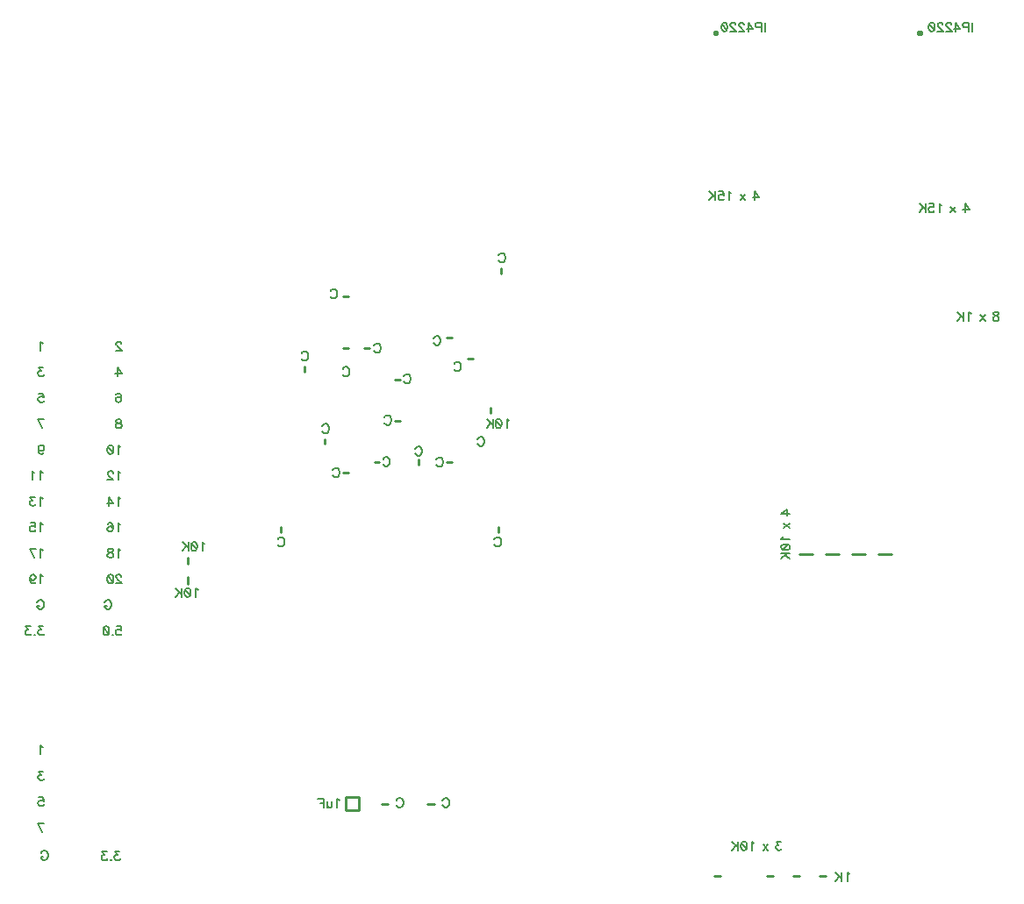
<source format=gbr>
%FSLAX34Y34*%
%MOMM*%
%LNSILK_BOTTOM*%
G71*
G01*
%ADD10C, 0.20*%
%ADD11C, 0.25*%
%LPD*%
G54D10*
X18898Y191364D02*
X22962Y191364D01*
X23368Y187732D01*
X22962Y188138D01*
X21742Y188545D01*
X20524Y188545D01*
X19304Y188138D01*
X18492Y187326D01*
X18086Y186106D01*
X18086Y185293D01*
X18492Y184074D01*
X19304Y183261D01*
X20524Y182855D01*
X21742Y182855D01*
X22962Y183261D01*
X23368Y183668D01*
X23775Y184480D01*
G54D10*
X22149Y157836D02*
X18086Y166371D01*
X23775Y166371D01*
G54D10*
X22556Y239751D02*
X21742Y240157D01*
X20524Y241377D01*
X20524Y232842D01*
G54D10*
X22556Y429743D02*
X21742Y430149D01*
X20524Y431368D01*
X20524Y422834D01*
G54D10*
X14021Y422834D02*
X9957Y431368D01*
X15646Y431368D01*
G54D10*
X22556Y404750D02*
X21742Y405156D01*
X20524Y406375D01*
X20524Y397840D01*
G54D10*
X10770Y405156D02*
X10364Y403530D01*
X10770Y402311D01*
X11583Y401498D01*
X12802Y401092D01*
X13208Y401092D01*
X14428Y401498D01*
X15240Y402311D01*
X15646Y403530D01*
X15646Y403937D01*
X15240Y405156D01*
X14428Y405969D01*
X13208Y406375D01*
X12802Y406375D01*
X11583Y405969D01*
X10770Y405156D01*
G54D10*
X10364Y403530D02*
X10364Y401498D01*
X10770Y399466D01*
X11583Y398247D01*
X12802Y397840D01*
X13614Y397840D01*
X14834Y398247D01*
X15240Y399060D01*
G54D10*
X17324Y379806D02*
X17730Y380671D01*
X18593Y381509D01*
X19457Y381940D01*
X21159Y381940D01*
X21997Y381509D01*
X22860Y380671D01*
X23292Y379806D01*
X23724Y378537D01*
X23724Y376403D01*
X23292Y375108D01*
X22860Y374269D01*
X21997Y373406D01*
X21159Y373000D01*
X19457Y373000D01*
X18593Y373406D01*
X17730Y374269D01*
X17324Y375108D01*
X17324Y376403D01*
X19457Y376403D01*
G54D10*
X22556Y504749D02*
X21742Y505155D01*
X20524Y506375D01*
X20524Y497841D01*
G54D10*
X14428Y504749D02*
X13614Y505155D01*
X12396Y506375D01*
X12396Y497841D01*
G54D10*
X22556Y479756D02*
X21742Y480162D01*
X20524Y481382D01*
X20524Y472847D01*
G54D10*
X14834Y481382D02*
X10364Y481382D01*
X12802Y478130D01*
X11583Y478130D01*
X10770Y477724D01*
X10364Y477317D01*
X9957Y476098D01*
X9957Y475285D01*
X10364Y474066D01*
X11176Y473253D01*
X12396Y472847D01*
X13614Y472847D01*
X14834Y473253D01*
X15240Y473659D01*
X15646Y474472D01*
G54D10*
X22556Y454762D02*
X21742Y455168D01*
X20524Y456388D01*
X20524Y447854D01*
G54D10*
X10770Y456388D02*
X14834Y456388D01*
X15240Y452730D01*
X14834Y453136D01*
X13614Y453543D01*
X12396Y453543D01*
X11176Y453136D01*
X10364Y452323D01*
X9957Y451104D01*
X9957Y450291D01*
X10364Y449072D01*
X11176Y448260D01*
X12396Y447854D01*
X13614Y447854D01*
X14834Y448260D01*
X15240Y448666D01*
X15646Y449478D01*
G54D10*
X18898Y581381D02*
X22962Y581381D01*
X23368Y577724D01*
X22962Y578130D01*
X21742Y578536D01*
X20524Y578536D01*
X19304Y578130D01*
X18492Y577317D01*
X18086Y576098D01*
X18086Y575285D01*
X18492Y574066D01*
X19304Y573253D01*
X20524Y572847D01*
X21742Y572847D01*
X22962Y573253D01*
X23368Y573660D01*
X23775Y574472D01*
G54D10*
X22149Y547853D02*
X18086Y556388D01*
X23775Y556388D01*
G54D10*
X18898Y530149D02*
X18492Y528524D01*
X18898Y527304D01*
X19711Y526491D01*
X20930Y526085D01*
X21336Y526085D01*
X22556Y526491D01*
X23368Y527304D01*
X23775Y528524D01*
X23775Y528930D01*
X23368Y530149D01*
X22556Y530962D01*
X21336Y531369D01*
X20930Y531369D01*
X19711Y530962D01*
X18898Y530149D01*
G54D10*
X18492Y528524D02*
X18492Y526491D01*
X18898Y524459D01*
X19711Y523240D01*
X20930Y522834D01*
X21742Y522834D01*
X22962Y523240D01*
X23368Y524053D01*
G54D10*
X22556Y629743D02*
X21742Y630149D01*
X20524Y631369D01*
X20524Y622834D01*
G54D10*
X22962Y606375D02*
X18492Y606375D01*
X20930Y603123D01*
X19711Y603123D01*
X18898Y602717D01*
X18492Y602310D01*
X18086Y601091D01*
X18086Y600278D01*
X18492Y599059D01*
X19304Y598247D01*
X20524Y597841D01*
X21742Y597841D01*
X22962Y598247D01*
X23368Y598653D01*
X23775Y599465D01*
G54D10*
X97562Y429743D02*
X96749Y430149D01*
X95530Y431368D01*
X95530Y422834D01*
G54D10*
X86996Y431368D02*
X88621Y431368D01*
X89840Y430962D01*
X90246Y430149D01*
X90246Y429336D01*
X89840Y428523D01*
X89028Y428117D01*
X87402Y427711D01*
X86182Y427304D01*
X85370Y426492D01*
X84964Y425679D01*
X84964Y424460D01*
X85370Y423647D01*
X85776Y423241D01*
X86996Y422834D01*
X88621Y422834D01*
X89840Y423241D01*
X90246Y423647D01*
X90653Y424460D01*
X90653Y425679D01*
X90246Y426492D01*
X89434Y427304D01*
X88215Y427711D01*
X86589Y428117D01*
X85776Y428523D01*
X85370Y429336D01*
X85370Y430149D01*
X85776Y430962D01*
X86996Y431368D01*
G54D10*
X98374Y404343D02*
X98374Y404750D01*
X97968Y405563D01*
X97562Y405969D01*
X96749Y406375D01*
X95124Y406375D01*
X94310Y405969D01*
X93904Y405563D01*
X93498Y404750D01*
X93498Y403937D01*
X93904Y403124D01*
X94717Y401905D01*
X98781Y397840D01*
X93092Y397840D01*
G54D10*
X87402Y406375D02*
X88215Y406375D01*
X89434Y405969D01*
X90246Y404750D01*
X90653Y402718D01*
X90653Y401498D01*
X90246Y399466D01*
X89434Y398247D01*
X88215Y397840D01*
X87402Y397840D01*
X86182Y398247D01*
X85370Y399466D01*
X84964Y401498D01*
X84964Y402718D01*
X85370Y404750D01*
X86182Y405969D01*
X87402Y406375D01*
G54D10*
X85370Y404750D02*
X90246Y399466D01*
G54D10*
X82322Y379806D02*
X82728Y380671D01*
X83592Y381509D01*
X84456Y381940D01*
X86158Y381940D01*
X86996Y381509D01*
X87859Y380671D01*
X88291Y379806D01*
X88722Y378537D01*
X88722Y376403D01*
X88291Y375108D01*
X87859Y374269D01*
X86996Y373406D01*
X86158Y373000D01*
X84456Y373000D01*
X83592Y373406D01*
X82728Y374269D01*
X82322Y375108D01*
X82322Y376403D01*
X84456Y376403D01*
G54D10*
X97562Y504749D02*
X96749Y505155D01*
X95530Y506375D01*
X95530Y497841D01*
G54D10*
X90246Y504342D02*
X90246Y504749D01*
X89840Y505562D01*
X89434Y505968D01*
X88621Y506375D01*
X86996Y506375D01*
X86182Y505968D01*
X85776Y505562D01*
X85370Y504749D01*
X85370Y503936D01*
X85776Y503123D01*
X86589Y501905D01*
X90653Y497841D01*
X84964Y497841D01*
G54D10*
X97562Y479756D02*
X96749Y480162D01*
X95530Y481382D01*
X95530Y472847D01*
G54D10*
X86589Y472847D02*
X86589Y481382D01*
X90653Y475692D01*
X84557Y475692D01*
G54D10*
X97562Y454762D02*
X96749Y455168D01*
X95530Y456388D01*
X95530Y447854D01*
G54D10*
X85370Y455168D02*
X85776Y455981D01*
X86996Y456388D01*
X87808Y456388D01*
X89028Y455981D01*
X89840Y454762D01*
X90246Y452730D01*
X90246Y450698D01*
X89840Y449072D01*
X89028Y448260D01*
X87808Y447854D01*
X87402Y447854D01*
X86182Y448260D01*
X85370Y449072D01*
X84964Y450291D01*
X84964Y450698D01*
X85370Y451917D01*
X86182Y452730D01*
X87402Y453136D01*
X87808Y453136D01*
X89028Y452730D01*
X89840Y451917D01*
X90246Y450698D01*
G54D10*
X93498Y580161D02*
X93904Y580974D01*
X95124Y581381D01*
X95936Y581381D01*
X97156Y580974D01*
X97968Y579755D01*
X98374Y577724D01*
X98374Y575692D01*
X97968Y574066D01*
X97156Y573253D01*
X95936Y572847D01*
X95530Y572847D01*
X94310Y573253D01*
X93498Y574066D01*
X93092Y575285D01*
X93092Y575692D01*
X93498Y576911D01*
X94310Y577724D01*
X95530Y578130D01*
X95936Y578130D01*
X97156Y577724D01*
X97968Y576911D01*
X98374Y575692D01*
G54D10*
X95124Y556388D02*
X96749Y556388D01*
X97968Y555981D01*
X98374Y555168D01*
X98374Y554356D01*
X97968Y553543D01*
X97156Y553136D01*
X95530Y552730D01*
X94310Y552323D01*
X93498Y551511D01*
X93092Y550698D01*
X93092Y549478D01*
X93498Y548666D01*
X93904Y548259D01*
X95124Y547853D01*
X96749Y547853D01*
X97968Y548259D01*
X98374Y548666D01*
X98781Y549478D01*
X98781Y550698D01*
X98374Y551511D01*
X97562Y552323D01*
X96342Y552730D01*
X94717Y553136D01*
X93904Y553543D01*
X93498Y554356D01*
X93498Y555168D01*
X93904Y555981D01*
X95124Y556388D01*
G54D10*
X97562Y529743D02*
X96749Y530149D01*
X95530Y531369D01*
X95530Y522834D01*
G54D10*
X87402Y531369D02*
X88215Y531369D01*
X89434Y530962D01*
X90246Y529743D01*
X90653Y527711D01*
X90653Y526491D01*
X90246Y524459D01*
X89434Y523240D01*
X88215Y522834D01*
X87402Y522834D01*
X86182Y523240D01*
X85370Y524459D01*
X84964Y526491D01*
X84964Y527711D01*
X85370Y529743D01*
X86182Y530962D01*
X87402Y531369D01*
G54D10*
X85370Y529743D02*
X90246Y524459D01*
G54D10*
X98374Y629336D02*
X98374Y629743D01*
X97968Y630556D01*
X97562Y630962D01*
X96749Y631369D01*
X95124Y631369D01*
X94310Y630962D01*
X93904Y630556D01*
X93498Y629743D01*
X93498Y628930D01*
X93904Y628117D01*
X94717Y626898D01*
X98781Y622834D01*
X93092Y622834D01*
G54D10*
X94717Y597841D02*
X94717Y606375D01*
X98781Y600685D01*
X92685Y600685D01*
G54D11*
X162154Y416789D02*
X162154Y423139D01*
G54D11*
X162154Y397739D02*
X162154Y404089D01*
G54D11*
X252502Y447498D02*
X252502Y452502D01*
G54D11*
X294996Y532511D02*
X294996Y537490D01*
G54D10*
X292304Y549809D02*
X292736Y550673D01*
X293599Y551511D01*
X294437Y551942D01*
X296164Y551942D01*
X297002Y551511D01*
X297866Y550673D01*
X298272Y549809D01*
X298704Y548538D01*
X298704Y546405D01*
X298272Y545110D01*
X297866Y544271D01*
X297002Y543408D01*
X296164Y542977D01*
X294437Y542977D01*
X293599Y543408D01*
X292736Y544271D01*
X292304Y545110D01*
G54D11*
X274981Y607492D02*
X274981Y602514D01*
G54D10*
X272314Y619811D02*
X272746Y620674D01*
X273584Y621513D01*
X274448Y621945D01*
X276149Y621945D01*
X277013Y621513D01*
X277851Y620674D01*
X278282Y619811D01*
X278715Y618541D01*
X278715Y616407D01*
X278282Y615112D01*
X277851Y614274D01*
X277013Y613410D01*
X276149Y612978D01*
X274448Y612978D01*
X273584Y613410D01*
X272746Y614274D01*
X272314Y615112D01*
G54D11*
X314554Y191364D02*
X327254Y191364D01*
X327254Y178664D01*
X314554Y178664D01*
X314554Y191364D01*
G54D11*
X349479Y185014D02*
X355829Y185014D01*
G54D10*
X364008Y188468D02*
X364440Y189306D01*
X365303Y190171D01*
X366141Y190602D01*
X367843Y190602D01*
X368707Y190171D01*
X369570Y189306D01*
X369976Y188468D01*
X370409Y187173D01*
X370409Y185039D01*
X369976Y183769D01*
X369570Y182906D01*
X368707Y182067D01*
X367843Y181635D01*
X366141Y181635D01*
X365303Y182067D01*
X364440Y182906D01*
X364008Y183769D01*
G54D11*
X317500Y505003D02*
X312496Y505003D01*
G54D11*
X362484Y554990D02*
X367488Y554990D01*
G54D10*
X352197Y557860D02*
X352603Y558724D01*
X353467Y559563D01*
X354330Y559994D01*
X356032Y559994D01*
X356870Y559563D01*
X357734Y558724D01*
X358166Y557860D01*
X358598Y556590D01*
X358598Y554457D01*
X358166Y553162D01*
X357734Y552323D01*
X356870Y551460D01*
X356032Y551028D01*
X354330Y551028D01*
X353467Y551460D01*
X352603Y552323D01*
X352197Y553162D01*
G54D11*
X337490Y624993D02*
X332486Y624993D01*
G54D10*
X342316Y627304D02*
X342748Y628168D01*
X343586Y629006D01*
X344450Y629437D01*
X346152Y629437D01*
X347016Y629006D01*
X347854Y628168D01*
X348285Y627304D01*
X348717Y626035D01*
X348717Y623901D01*
X348285Y622631D01*
X347854Y621767D01*
X347016Y620903D01*
X346152Y620497D01*
X344450Y620497D01*
X343586Y620903D01*
X342748Y621767D01*
X342316Y622631D01*
G54D11*
X317500Y624993D02*
X312496Y624993D01*
G54D10*
X312319Y604799D02*
X312750Y605664D01*
X313588Y606527D01*
X314452Y606933D01*
X316154Y606933D01*
X317018Y606527D01*
X317856Y605664D01*
X318288Y604799D01*
X318720Y603530D01*
X318720Y601397D01*
X318288Y600126D01*
X317856Y599263D01*
X317018Y598425D01*
X316154Y597993D01*
X314452Y597993D01*
X313588Y598425D01*
X312750Y599263D01*
X312319Y600126D01*
G54D11*
X367488Y594996D02*
X362484Y594996D01*
G54D11*
X317500Y675005D02*
X312496Y675005D01*
G54D11*
X393929Y185014D02*
X400279Y185014D01*
G54D10*
X408458Y188468D02*
X408890Y189306D01*
X409754Y190171D01*
X410592Y190602D01*
X412294Y190602D01*
X413156Y190171D01*
X414020Y189306D01*
X414427Y188468D01*
X414858Y187173D01*
X414858Y185039D01*
X414427Y183769D01*
X414020Y182906D01*
X413156Y182067D01*
X412294Y181635D01*
X410592Y181635D01*
X409754Y182067D01*
X408890Y182906D01*
X408458Y183769D01*
G54D11*
X454990Y562508D02*
X454990Y567513D01*
G54D10*
X442316Y537312D02*
X442748Y538176D01*
X443586Y539014D01*
X444450Y539446D01*
X446152Y539446D01*
X447015Y539014D01*
X447853Y538176D01*
X448285Y537312D01*
X448717Y536042D01*
X448717Y533908D01*
X448285Y532613D01*
X447853Y531775D01*
X447015Y530911D01*
X446152Y530479D01*
X444450Y530479D01*
X443586Y530911D01*
X442748Y531775D01*
X442316Y532613D01*
G54D11*
X417500Y635000D02*
X412496Y635000D01*
G54D10*
X399822Y634823D02*
X400228Y635661D01*
X401092Y636524D01*
X401956Y636956D01*
X403658Y636956D01*
X404496Y636524D01*
X405359Y635661D01*
X405791Y634823D01*
X406222Y633527D01*
X406222Y631394D01*
X405791Y630123D01*
X405359Y629260D01*
X404496Y628422D01*
X403658Y627990D01*
X401956Y627990D01*
X401092Y628422D01*
X400228Y629260D01*
X399822Y630123D01*
G54D11*
X437490Y615011D02*
X432486Y615011D01*
G54D10*
X419812Y609804D02*
X420244Y610667D01*
X421082Y611531D01*
X421946Y611938D01*
X423647Y611938D01*
X424510Y611531D01*
X425349Y610667D01*
X425780Y609804D01*
X426212Y608534D01*
X426212Y606400D01*
X425780Y605130D01*
X425349Y604267D01*
X424510Y603403D01*
X423647Y602996D01*
X421946Y602996D01*
X421082Y603403D01*
X420244Y604267D01*
X419812Y605130D01*
G54D11*
X462484Y447498D02*
X462484Y452502D01*
G54D11*
X464998Y697510D02*
X464998Y702513D01*
G54D11*
X670154Y115164D02*
X676504Y115164D01*
G54D11*
X673329Y927964D02*
X673329Y931139D01*
X670154Y931139D01*
X670154Y927964D01*
X673329Y927964D01*
G54D11*
X746354Y115164D02*
X752704Y115164D01*
G54D11*
X720954Y115164D02*
X727304Y115164D01*
G54D11*
X771754Y115164D02*
X778104Y115164D01*
G54D10*
X800990Y117196D02*
X800176Y117628D01*
X798906Y118873D01*
X798906Y110135D01*
G54D10*
X793496Y118873D02*
X793496Y110135D01*
G54D10*
X787680Y118873D02*
X793496Y113056D01*
G54D10*
X791414Y115113D02*
X787680Y110135D01*
G54D11*
X790804Y426314D02*
X778104Y426314D01*
G54D11*
X816204Y426314D02*
X803504Y426314D01*
G54D11*
X870179Y927964D02*
X870179Y931139D01*
X867004Y931139D01*
X867004Y927964D01*
X870179Y927964D01*
G54D10*
X21108Y137668D02*
X21540Y138506D01*
X22404Y139370D01*
X23242Y139802D01*
X24943Y139802D01*
X25807Y139370D01*
X26670Y138506D01*
X27076Y137668D01*
X27508Y136373D01*
X27508Y134239D01*
X27076Y132970D01*
X26670Y132105D01*
X25807Y131267D01*
X24943Y130836D01*
X23242Y130836D01*
X22404Y131267D01*
X21540Y132105D01*
X21108Y132970D01*
X21108Y134239D01*
X23242Y134239D01*
G54D10*
X22962Y216383D02*
X18492Y216383D01*
X20930Y213131D01*
X19711Y213131D01*
X18898Y212725D01*
X18492Y212319D01*
X18086Y211100D01*
X18086Y210287D01*
X18492Y209068D01*
X19304Y208255D01*
X20524Y207849D01*
X21742Y207849D01*
X22962Y208255D01*
X23368Y208662D01*
X23775Y209474D01*
G54D10*
X249682Y440360D02*
X250114Y441224D01*
X250978Y442062D01*
X251816Y442493D01*
X253518Y442493D01*
X254382Y442062D01*
X255245Y441224D01*
X255652Y440360D01*
X256084Y439091D01*
X256084Y436957D01*
X255652Y435661D01*
X255245Y434823D01*
X254382Y433959D01*
X253518Y433528D01*
X251816Y433528D01*
X250978Y433959D01*
X250114Y434823D01*
X249682Y435661D01*
G54D11*
X342494Y515010D02*
X347498Y515010D01*
G54D10*
X350927Y517855D02*
X351358Y518719D01*
X352222Y519558D01*
X353060Y519990D01*
X354788Y519990D01*
X355626Y519558D01*
X356490Y518719D01*
X356922Y517855D01*
X357328Y516586D01*
X357328Y514452D01*
X356922Y513182D01*
X356490Y512319D01*
X355626Y511454D01*
X354788Y511048D01*
X353060Y511048D01*
X352222Y511454D01*
X351358Y512319D01*
X350927Y513182D01*
G54D10*
X370942Y597866D02*
X371374Y598704D01*
X372212Y599567D01*
X373076Y599999D01*
X374778Y599999D01*
X375641Y599567D01*
X376479Y598704D01*
X376911Y597866D01*
X377343Y596570D01*
X377343Y594462D01*
X376911Y593166D01*
X376479Y592328D01*
X375641Y591465D01*
X374778Y591033D01*
X373076Y591033D01*
X372212Y591465D01*
X371374Y592328D01*
X370942Y593166D01*
G54D11*
X417500Y515010D02*
X412496Y515010D01*
G54D10*
X402311Y517322D02*
X402742Y518160D01*
X403581Y519024D01*
X404444Y519456D01*
X406146Y519456D01*
X407010Y519024D01*
X407848Y518160D01*
X408280Y517322D01*
X408712Y516027D01*
X408712Y513893D01*
X408280Y512623D01*
X407848Y511760D01*
X407010Y510921D01*
X406146Y510489D01*
X404444Y510489D01*
X403581Y510921D01*
X402742Y511760D01*
X402311Y512623D01*
G54D10*
X743509Y465480D02*
X734975Y465480D01*
X740664Y469545D01*
X740664Y463449D01*
G54D10*
X737820Y456134D02*
X743509Y451663D01*
G54D10*
X737820Y451663D02*
X743509Y456134D01*
G54D10*
X736600Y442722D02*
X736194Y441909D01*
X734975Y440690D01*
X743509Y440690D01*
G54D10*
X734975Y432563D02*
X734975Y433375D01*
X735381Y434595D01*
X736600Y435408D01*
X738632Y435814D01*
X739852Y435814D01*
X741884Y435408D01*
X743102Y434595D01*
X743509Y433375D01*
X743509Y432563D01*
X743102Y431343D01*
X741884Y430530D01*
X739852Y430124D01*
X738632Y430124D01*
X736600Y430530D01*
X735381Y431343D01*
X734975Y432563D01*
G54D10*
X736600Y430530D02*
X741884Y435408D01*
G54D10*
X734975Y427279D02*
X743509Y427279D01*
G54D10*
X734975Y421590D02*
X740664Y427279D01*
G54D10*
X738632Y425247D02*
X743509Y421590D01*
G54D10*
X93904Y356388D02*
X97968Y356388D01*
X98374Y352731D01*
X97968Y353136D01*
X96749Y353543D01*
X95530Y353543D01*
X94310Y353136D01*
X93498Y352324D01*
X93092Y351105D01*
X93092Y350292D01*
X93498Y349073D01*
X94310Y348260D01*
X95530Y347854D01*
X96749Y347854D01*
X97968Y348260D01*
X98374Y348666D01*
X98781Y349479D01*
G54D10*
X89434Y348260D02*
X89840Y348666D01*
X90246Y348260D01*
X89840Y347854D01*
X89434Y348260D01*
G54D10*
X83338Y356388D02*
X84150Y356388D01*
X85370Y355981D01*
X86182Y354762D01*
X86589Y352731D01*
X86589Y351511D01*
X86182Y349479D01*
X85370Y348260D01*
X84150Y347854D01*
X83338Y347854D01*
X82119Y348260D01*
X81306Y349479D01*
X80900Y351511D01*
X80900Y352731D01*
X81306Y354762D01*
X82119Y355981D01*
X83338Y356388D01*
G54D10*
X81306Y354762D02*
X86182Y349479D01*
G54D10*
X22962Y356388D02*
X18492Y356388D01*
X20930Y353136D01*
X19711Y353136D01*
X18898Y352731D01*
X18492Y352324D01*
X18086Y351105D01*
X18086Y350292D01*
X18492Y349073D01*
X19304Y348260D01*
X20524Y347854D01*
X21742Y347854D01*
X22962Y348260D01*
X23368Y348666D01*
X23775Y349479D01*
G54D10*
X14428Y348260D02*
X14834Y348666D01*
X15240Y348260D01*
X14834Y347854D01*
X14428Y348260D01*
G54D10*
X10770Y356388D02*
X6300Y356388D01*
X8738Y353136D01*
X7518Y353136D01*
X6706Y352731D01*
X6300Y352324D01*
X5894Y351105D01*
X5894Y350292D01*
X6300Y349073D01*
X7112Y348260D01*
X8332Y347854D01*
X9551Y347854D01*
X10770Y348260D01*
X11176Y348666D01*
X11583Y349479D01*
G54D10*
X172364Y391770D02*
X171526Y392177D01*
X170307Y393421D01*
X170307Y384734D01*
G54D10*
X162027Y393421D02*
X162866Y393421D01*
X164110Y393015D01*
X164923Y391770D01*
X165354Y389688D01*
X165354Y388468D01*
X164923Y386385D01*
X164110Y385166D01*
X162866Y384734D01*
X162027Y384734D01*
X160808Y385166D01*
X159970Y386385D01*
X159563Y388468D01*
X159563Y389688D01*
X159970Y391770D01*
X160808Y393015D01*
X162027Y393421D01*
G54D10*
X159970Y391770D02*
X164923Y386385D01*
G54D10*
X156668Y393421D02*
X156668Y384734D01*
G54D10*
X150876Y393421D02*
X156668Y387630D01*
G54D10*
X154610Y389688D02*
X150876Y384734D01*
G54D10*
X308890Y188570D02*
X308052Y188976D01*
X306832Y190221D01*
X306832Y181535D01*
G54D10*
X301448Y187326D02*
X301448Y183211D01*
X301041Y181966D01*
X300203Y181535D01*
X298958Y181535D01*
X298146Y181966D01*
X296901Y183211D01*
G54D10*
X296901Y187326D02*
X296901Y181535D01*
G54D10*
X288214Y190221D02*
X293599Y190221D01*
X293599Y181535D01*
G54D10*
X293599Y186106D02*
X290272Y186106D01*
G54D10*
X302311Y507315D02*
X302743Y508153D01*
X303581Y509017D01*
X304445Y509449D01*
X306147Y509449D01*
X307010Y509017D01*
X307848Y508153D01*
X308280Y507315D01*
X308712Y506045D01*
X308712Y503911D01*
X308280Y502616D01*
X307848Y501778D01*
X307010Y500913D01*
X306147Y500482D01*
X304445Y500482D01*
X303581Y500913D01*
X302743Y501778D01*
X302311Y502616D01*
G54D10*
X472516Y554914D02*
X471678Y555321D01*
X470460Y556565D01*
X470460Y547904D01*
G54D10*
X462179Y556565D02*
X463017Y556565D01*
X464262Y556159D01*
X465074Y554914D01*
X465481Y552857D01*
X465481Y551612D01*
X465074Y549555D01*
X464262Y548311D01*
X463017Y547904D01*
X462179Y547904D01*
X460960Y548311D01*
X460122Y549555D01*
X459715Y551612D01*
X459715Y552857D01*
X460122Y554914D01*
X460960Y556159D01*
X462179Y556565D01*
G54D10*
X460122Y554914D02*
X465074Y549555D01*
G54D10*
X456820Y556565D02*
X456820Y547904D01*
G54D10*
X451028Y556565D02*
X456820Y550774D01*
G54D10*
X454762Y552857D02*
X451028Y547904D01*
G54D10*
X382194Y527863D02*
X382626Y528727D01*
X383464Y529565D01*
X384328Y529997D01*
X386030Y529997D01*
X386868Y529565D01*
X387732Y528727D01*
X388163Y527863D01*
X388595Y526593D01*
X388595Y524459D01*
X388163Y523164D01*
X387732Y522326D01*
X386868Y521462D01*
X386030Y521030D01*
X384328Y521030D01*
X383464Y521462D01*
X382626Y522326D01*
X382194Y523164D01*
G54D10*
X462306Y714807D02*
X462738Y715671D01*
X463602Y716509D01*
X464440Y716941D01*
X466142Y716941D01*
X467004Y716509D01*
X467868Y715671D01*
X468275Y714807D01*
X468706Y713537D01*
X468706Y711403D01*
X468275Y710108D01*
X467868Y709270D01*
X467004Y708406D01*
X466142Y707974D01*
X464440Y707974D01*
X463602Y708406D01*
X462738Y709270D01*
X462306Y710108D01*
G54D10*
X300380Y679882D02*
X300813Y680745D01*
X301676Y681584D01*
X302514Y682016D01*
X304216Y682016D01*
X305080Y681584D01*
X305944Y680745D01*
X306350Y679882D01*
X306782Y678612D01*
X306782Y676478D01*
X306350Y675183D01*
X305944Y674345D01*
X305080Y673481D01*
X304216Y673049D01*
X302514Y673049D01*
X301676Y673481D01*
X300813Y674345D01*
X300380Y675183D01*
G54D10*
X734797Y148743D02*
X730327Y148743D01*
X732765Y145491D01*
X731546Y145491D01*
X730733Y145085D01*
X730327Y144679D01*
X729920Y143459D01*
X729920Y142646D01*
X730327Y141428D01*
X731139Y140615D01*
X732358Y140209D01*
X733578Y140209D01*
X734797Y140615D01*
X735204Y141022D01*
X735610Y141834D01*
G54D10*
X722198Y145898D02*
X717728Y140209D01*
G54D10*
X717728Y145898D02*
X722198Y140209D01*
G54D10*
X708788Y147117D02*
X707974Y147524D01*
X706756Y148743D01*
X706756Y140209D01*
G54D10*
X698627Y148743D02*
X699440Y148743D01*
X700660Y148336D01*
X701472Y147117D01*
X701878Y145085D01*
X701878Y143866D01*
X701472Y141834D01*
X700660Y140615D01*
X699440Y140209D01*
X698627Y140209D01*
X697408Y140615D01*
X696596Y141834D01*
X696189Y143866D01*
X696189Y145085D01*
X696596Y147117D01*
X697408Y148336D01*
X698627Y148743D01*
G54D10*
X696596Y147117D02*
X701472Y141834D01*
G54D10*
X693344Y148743D02*
X693344Y140209D01*
G54D10*
X687654Y148743D02*
X693344Y143053D01*
G54D10*
X691312Y145085D02*
X687654Y140209D01*
G54D11*
X765404Y426314D02*
X752704Y426314D01*
G54D11*
X841604Y426314D02*
X828904Y426314D01*
G54D10*
X709702Y767843D02*
X709702Y776377D01*
X713766Y770688D01*
X707670Y770688D01*
G54D10*
X700355Y773532D02*
X695910Y767843D01*
G54D10*
X695910Y773532D02*
X700355Y767843D01*
G54D10*
X686969Y774751D02*
X686156Y775157D01*
X684936Y776377D01*
X684936Y767843D01*
G54D10*
X675184Y776377D02*
X679247Y776377D01*
X679654Y772719D01*
X679247Y773125D01*
X678028Y773532D01*
X676808Y773532D01*
X675590Y773125D01*
X674777Y772312D01*
X674370Y771094D01*
X674370Y770281D01*
X674777Y769062D01*
X675590Y768249D01*
X676808Y767843D01*
X678028Y767843D01*
X679247Y768249D01*
X679654Y768655D01*
X680060Y769468D01*
G54D10*
X671526Y776377D02*
X671526Y767843D01*
G54D10*
X665836Y776377D02*
X671526Y770688D01*
G54D10*
X669494Y772719D02*
X665836Y767843D01*
G54D10*
X719303Y939420D02*
X719303Y930809D01*
G54D10*
X716026Y934924D02*
X712344Y934924D01*
X711099Y935330D01*
X710692Y935737D01*
X710286Y936550D01*
X710286Y937794D01*
X710692Y938607D01*
X711099Y939013D01*
X712344Y939420D01*
X716026Y939420D01*
X716026Y930809D01*
G54D10*
X703733Y930809D02*
X703733Y939420D01*
X707822Y933679D01*
X701676Y933679D01*
G54D10*
X699212Y937388D02*
X699212Y937794D01*
X698805Y938607D01*
X698399Y939013D01*
X697586Y939420D01*
X695935Y939420D01*
X695122Y939013D01*
X694716Y938607D01*
X694284Y937794D01*
X694284Y936981D01*
X694716Y936143D01*
X695528Y934924D01*
X699618Y930809D01*
X693878Y930809D01*
G54D10*
X691008Y937388D02*
X691008Y937794D01*
X690601Y938607D01*
X690194Y939013D01*
X689382Y939420D01*
X687731Y939420D01*
X686918Y939013D01*
X686512Y938607D01*
X686105Y937794D01*
X686105Y936981D01*
X686512Y936143D01*
X687324Y934924D01*
X691414Y930809D01*
X685674Y930809D01*
G54D10*
X679933Y939420D02*
X680771Y939420D01*
X681990Y939013D01*
X682803Y937794D01*
X683235Y935737D01*
X683235Y934518D01*
X682803Y932460D01*
X681990Y931241D01*
X680771Y930809D01*
X679933Y930809D01*
X678714Y931241D01*
X677901Y932460D01*
X677494Y934518D01*
X677494Y935737D01*
X677901Y937794D01*
X678714Y939013D01*
X679933Y939420D01*
G54D10*
X677901Y937794D02*
X682803Y932460D01*
G54D10*
X941502Y659918D02*
X943128Y659918D01*
X944347Y659511D01*
X944754Y658698D01*
X944754Y657885D01*
X944347Y657073D01*
X943534Y656666D01*
X941909Y656260D01*
X940690Y655853D01*
X939876Y655041D01*
X939470Y654229D01*
X939470Y653009D01*
X939876Y652196D01*
X940283Y651790D01*
X941502Y651384D01*
X943128Y651384D01*
X944347Y651790D01*
X944754Y652196D01*
X945160Y653009D01*
X945160Y654229D01*
X944754Y655041D01*
X943940Y655853D01*
X942722Y656260D01*
X941096Y656666D01*
X940283Y657073D01*
X939876Y657885D01*
X939876Y658698D01*
X940283Y659511D01*
X941502Y659918D01*
G54D10*
X931748Y657073D02*
X927278Y651384D01*
G54D10*
X927278Y657073D02*
X931748Y651384D01*
G54D10*
X918338Y658292D02*
X917524Y658698D01*
X916306Y659918D01*
X916306Y651384D01*
G54D10*
X911022Y659918D02*
X911022Y651384D01*
G54D10*
X905332Y659918D02*
X911022Y654229D01*
G54D10*
X908990Y656260D02*
X905332Y651384D01*
G54D10*
X96622Y139217D02*
X92152Y139217D01*
X94590Y135967D01*
X93371Y135967D01*
X92558Y135561D01*
X92152Y135154D01*
X91745Y133935D01*
X91745Y133122D01*
X92152Y131903D01*
X92964Y131090D01*
X94184Y130683D01*
X95403Y130683D01*
X96622Y131090D01*
X97028Y131496D01*
X97434Y132309D01*
G54D10*
X88088Y131090D02*
X88494Y131496D01*
X88900Y131090D01*
X88494Y130683D01*
X88088Y131090D01*
G54D10*
X84430Y139217D02*
X79960Y139217D01*
X82398Y135967D01*
X81179Y135967D01*
X80366Y135561D01*
X79960Y135154D01*
X79553Y133935D01*
X79553Y133122D01*
X79960Y131903D01*
X80772Y131090D01*
X81992Y130683D01*
X83211Y130683D01*
X84430Y131090D01*
X84836Y131496D01*
X85242Y132309D01*
G54D10*
X178714Y436220D02*
X177876Y436627D01*
X176658Y437871D01*
X176658Y429184D01*
G54D10*
X168377Y437871D02*
X169215Y437871D01*
X170460Y437465D01*
X171272Y436220D01*
X171704Y434137D01*
X171704Y432918D01*
X171272Y430835D01*
X170460Y429616D01*
X169215Y429184D01*
X168377Y429184D01*
X167158Y429616D01*
X166320Y430835D01*
X165913Y432918D01*
X165913Y434137D01*
X166320Y436220D01*
X167158Y437465D01*
X168377Y437871D01*
G54D10*
X166320Y436220D02*
X171272Y430835D01*
G54D10*
X163018Y437871D02*
X163018Y429184D01*
G54D10*
X157226Y437871D02*
X163018Y432079D01*
G54D10*
X160960Y434137D02*
X157226Y429184D01*
G54D11*
X384988Y512496D02*
X384988Y517500D01*
G54D10*
X458445Y440360D02*
X458877Y441224D01*
X459715Y442062D01*
X460578Y442493D01*
X462280Y442493D01*
X463119Y442062D01*
X463982Y441224D01*
X464414Y440360D01*
X464846Y439091D01*
X464846Y436957D01*
X464414Y435661D01*
X463982Y434823D01*
X463119Y433959D01*
X462280Y433528D01*
X460578Y433528D01*
X459715Y433959D01*
X458877Y434823D01*
X458445Y435661D01*
G54D10*
X912520Y756158D02*
X912520Y764693D01*
X916585Y759003D01*
X910488Y759003D01*
G54D10*
X903174Y761848D02*
X898703Y756158D01*
G54D10*
X898703Y761848D02*
X903174Y756158D01*
G54D10*
X889762Y763067D02*
X888950Y763474D01*
X887730Y764693D01*
X887730Y756158D01*
G54D10*
X877976Y764693D02*
X882041Y764693D01*
X882448Y761035D01*
X882041Y761442D01*
X880822Y761848D01*
X879602Y761848D01*
X878383Y761442D01*
X877570Y760629D01*
X877164Y759409D01*
X877164Y758597D01*
X877570Y757377D01*
X878383Y756564D01*
X879602Y756158D01*
X880822Y756158D01*
X882041Y756564D01*
X882448Y756971D01*
X882854Y757784D01*
G54D10*
X874319Y764693D02*
X874319Y756158D01*
G54D10*
X868630Y764693D02*
X874319Y759003D01*
G54D10*
X872287Y761035D02*
X868630Y756158D01*
G54D10*
X919328Y939420D02*
X919328Y930809D01*
G54D10*
X916052Y934924D02*
X912368Y934924D01*
X911124Y935330D01*
X910718Y935737D01*
X910311Y936550D01*
X910311Y937794D01*
X910718Y938607D01*
X911124Y939013D01*
X912368Y939420D01*
X916052Y939420D01*
X916052Y930809D01*
G54D10*
X903758Y930809D02*
X903758Y939420D01*
X907848Y933679D01*
X901700Y933679D01*
G54D10*
X899236Y937388D02*
X899236Y937794D01*
X898830Y938607D01*
X898424Y939013D01*
X897611Y939420D01*
X895960Y939420D01*
X895147Y939013D01*
X894740Y938607D01*
X894309Y937794D01*
X894309Y936981D01*
X894740Y936143D01*
X895554Y934924D01*
X899643Y930809D01*
X893902Y930809D01*
G54D10*
X891032Y937388D02*
X891032Y937794D01*
X890626Y938607D01*
X890220Y939013D01*
X889406Y939420D01*
X887756Y939420D01*
X886943Y939013D01*
X886536Y938607D01*
X886130Y937794D01*
X886130Y936981D01*
X886536Y936143D01*
X887349Y934924D01*
X891439Y930809D01*
X885698Y930809D01*
G54D10*
X879958Y939420D02*
X880796Y939420D01*
X882015Y939013D01*
X882828Y937794D01*
X883260Y935737D01*
X883260Y934518D01*
X882828Y932460D01*
X882015Y931241D01*
X880796Y930809D01*
X879958Y930809D01*
X878738Y931241D01*
X877926Y932460D01*
X877520Y934518D01*
X877520Y935737D01*
X877926Y937794D01*
X878738Y939013D01*
X879958Y939420D01*
G54D10*
X877926Y937794D02*
X882828Y932460D01*
M02*

</source>
